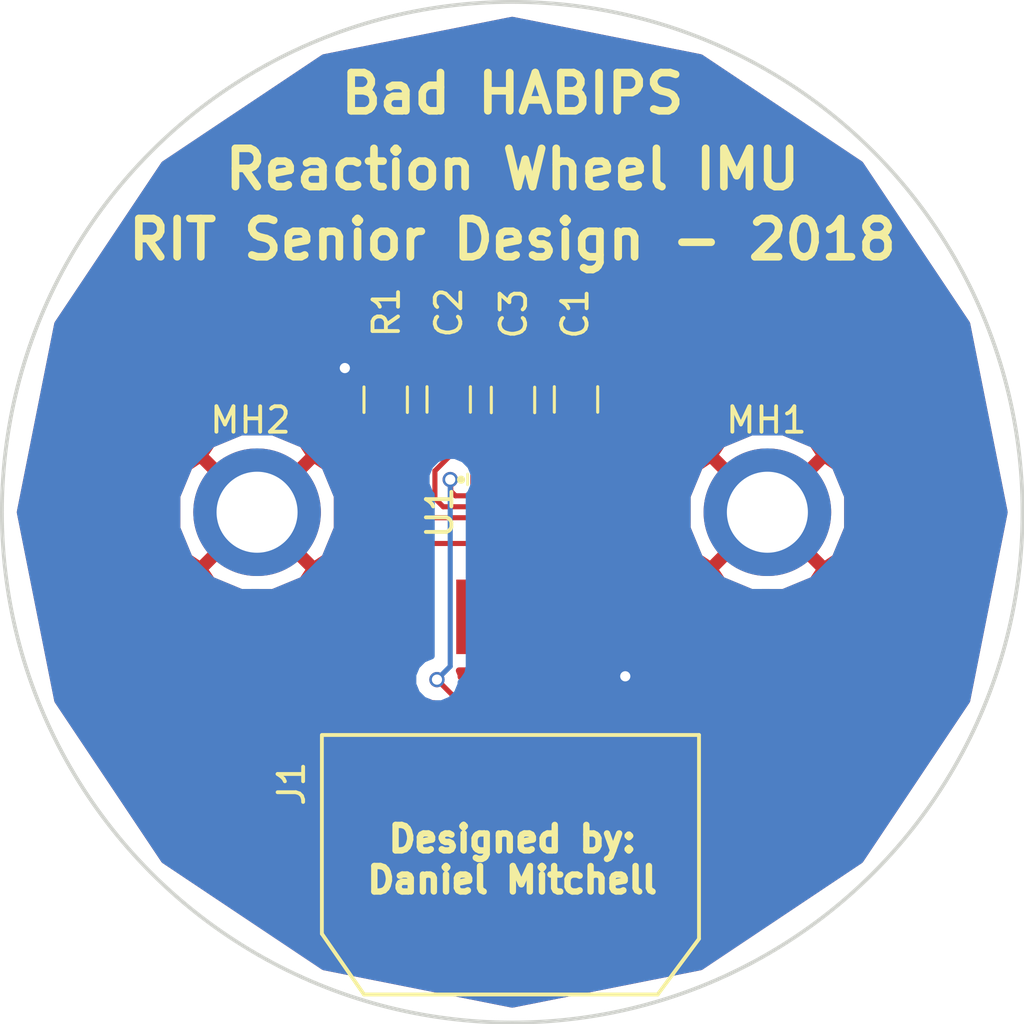
<source format=kicad_pcb>
(kicad_pcb (version 4) (host pcbnew 4.0.4-stable)

  (general
    (links 26)
    (no_connects 0)
    (area 79.924999 79.924999 120.075001 120.075001)
    (thickness 1.6)
    (drawings 5)
    (tracks 78)
    (zones 0)
    (modules 8)
    (nets 17)
  )

  (page A4)
  (layers
    (0 F.Cu signal)
    (31 B.Cu signal)
    (32 B.Adhes user)
    (33 F.Adhes user)
    (34 B.Paste user)
    (35 F.Paste user)
    (36 B.SilkS user)
    (37 F.SilkS user)
    (38 B.Mask user)
    (39 F.Mask user hide)
    (40 Dwgs.User user)
    (41 Cmts.User user)
    (42 Eco1.User user)
    (43 Eco2.User user)
    (44 Edge.Cuts user)
    (45 Margin user)
    (46 B.CrtYd user)
    (47 F.CrtYd user)
    (48 B.Fab user)
    (49 F.Fab user hide)
  )

  (setup
    (last_trace_width 0.25)
    (trace_clearance 0.2)
    (zone_clearance 0.508)
    (zone_45_only no)
    (trace_min 0.2)
    (segment_width 0.2)
    (edge_width 0.15)
    (via_size 0.6)
    (via_drill 0.4)
    (via_min_size 0.4)
    (via_min_drill 0.3)
    (uvia_size 0.3)
    (uvia_drill 0.1)
    (uvias_allowed no)
    (uvia_min_size 0.2)
    (uvia_min_drill 0.1)
    (pcb_text_width 0.3)
    (pcb_text_size 1.5 1.5)
    (mod_edge_width 0.15)
    (mod_text_size 1 1)
    (mod_text_width 0.15)
    (pad_size 5 5)
    (pad_drill 3.175)
    (pad_to_mask_clearance 0.2)
    (aux_axis_origin 0 0)
    (visible_elements 7FFEFFFF)
    (pcbplotparams
      (layerselection 0x010f0_80000001)
      (usegerberextensions false)
      (excludeedgelayer true)
      (linewidth 0.100000)
      (plotframeref false)
      (viasonmask false)
      (mode 1)
      (useauxorigin false)
      (hpglpennumber 1)
      (hpglpenspeed 20)
      (hpglpendiameter 15)
      (hpglpenoverlay 2)
      (psnegative false)
      (psa4output false)
      (plotreference true)
      (plotvalue true)
      (plotinvisibletext false)
      (padsonsilk false)
      (subtractmaskfromsilk false)
      (outputformat 1)
      (mirror false)
      (drillshape 0)
      (scaleselection 1)
      (outputdirectory ""))
  )

  (net 0 "")
  (net 1 LSM_CAP)
  (net 2 GND)
  (net 3 "Net-(C2-Pad1)")
  (net 4 LSM_C1)
  (net 5 IMU_MOSI)
  (net 6 IMU_SCLK)
  (net 7 IMU_MISO)
  (net 8 +3.3V)
  (net 9 IMU_CS_M)
  (net 10 IMU_CS_AG)
  (net 11 "Net-(U1-Pad13)")
  (net 12 "Net-(U1-Pad12)")
  (net 13 "Net-(U1-Pad11)")
  (net 14 "Net-(U1-Pad10)")
  (net 15 "Net-(U1-Pad9)")
  (net 16 "Net-(J1-Pad2)")

  (net_class Default "This is the default net class."
    (clearance 0.2)
    (trace_width 0.25)
    (via_dia 0.6)
    (via_drill 0.4)
    (uvia_dia 0.3)
    (uvia_drill 0.1)
    (add_net +3.3V)
  )

  (net_class Tiny ""
    (clearance 0.15)
    (trace_width 0.2)
    (via_dia 0.6)
    (via_drill 0.4)
    (uvia_dia 0.3)
    (uvia_drill 0.1)
    (add_net GND)
    (add_net IMU_CS_AG)
    (add_net IMU_CS_M)
    (add_net IMU_MISO)
    (add_net IMU_MOSI)
    (add_net IMU_SCLK)
    (add_net LSM_C1)
    (add_net LSM_CAP)
    (add_net "Net-(C2-Pad1)")
    (add_net "Net-(J1-Pad2)")
    (add_net "Net-(U1-Pad10)")
    (add_net "Net-(U1-Pad11)")
    (add_net "Net-(U1-Pad12)")
    (add_net "Net-(U1-Pad13)")
    (add_net "Net-(U1-Pad9)")
  )

  (module Capacitors_SMD:C_0805_HandSoldering (layer F.Cu) (tedit 5AB033F4) (tstamp 5AB03310)
    (at 102.5 95.58 90)
    (descr "Capacitor SMD 0805, hand soldering")
    (tags "capacitor 0805")
    (path /5AB03C98)
    (attr smd)
    (fp_text reference C1 (at 3.36 -0.04 90) (layer F.SilkS)
      (effects (font (size 1 1) (thickness 0.15)))
    )
    (fp_text value 10000pF (at 0 1.75 90) (layer F.Fab)
      (effects (font (size 1 1) (thickness 0.15)))
    )
    (fp_text user %R (at 0 -1.75 90) (layer F.Fab)
      (effects (font (size 1 1) (thickness 0.15)))
    )
    (fp_line (start -1 0.62) (end -1 -0.62) (layer F.Fab) (width 0.1))
    (fp_line (start 1 0.62) (end -1 0.62) (layer F.Fab) (width 0.1))
    (fp_line (start 1 -0.62) (end 1 0.62) (layer F.Fab) (width 0.1))
    (fp_line (start -1 -0.62) (end 1 -0.62) (layer F.Fab) (width 0.1))
    (fp_line (start 0.5 -0.85) (end -0.5 -0.85) (layer F.SilkS) (width 0.12))
    (fp_line (start -0.5 0.85) (end 0.5 0.85) (layer F.SilkS) (width 0.12))
    (fp_line (start -2.25 -0.88) (end 2.25 -0.88) (layer F.CrtYd) (width 0.05))
    (fp_line (start -2.25 -0.88) (end -2.25 0.87) (layer F.CrtYd) (width 0.05))
    (fp_line (start 2.25 0.87) (end 2.25 -0.88) (layer F.CrtYd) (width 0.05))
    (fp_line (start 2.25 0.87) (end -2.25 0.87) (layer F.CrtYd) (width 0.05))
    (pad 1 smd rect (at -1.25 0 90) (size 1.5 1.25) (layers F.Cu F.Paste F.Mask)
      (net 1 LSM_CAP))
    (pad 2 smd rect (at 1.25 0 90) (size 1.5 1.25) (layers F.Cu F.Paste F.Mask)
      (net 2 GND))
    (model Capacitors_SMD.3dshapes/C_0805.wrl
      (at (xyz 0 0 0))
      (scale (xyz 1 1 1))
      (rotate (xyz 0 0 0))
    )
  )

  (module Capacitors_SMD:C_0805_HandSoldering (layer F.Cu) (tedit 5AB033A6) (tstamp 5AB03316)
    (at 97.51 95.58 90)
    (descr "Capacitor SMD 0805, hand soldering")
    (tags "capacitor 0805")
    (path /5AB03AEF)
    (attr smd)
    (fp_text reference C2 (at 3.41 0 90) (layer F.SilkS)
      (effects (font (size 1 1) (thickness 0.15)))
    )
    (fp_text value 0.1uF (at 0 1.75 90) (layer F.Fab)
      (effects (font (size 1 1) (thickness 0.15)))
    )
    (fp_text user %R (at 0 -1.75 90) (layer F.Fab)
      (effects (font (size 1 1) (thickness 0.15)))
    )
    (fp_line (start -1 0.62) (end -1 -0.62) (layer F.Fab) (width 0.1))
    (fp_line (start 1 0.62) (end -1 0.62) (layer F.Fab) (width 0.1))
    (fp_line (start 1 -0.62) (end 1 0.62) (layer F.Fab) (width 0.1))
    (fp_line (start -1 -0.62) (end 1 -0.62) (layer F.Fab) (width 0.1))
    (fp_line (start 0.5 -0.85) (end -0.5 -0.85) (layer F.SilkS) (width 0.12))
    (fp_line (start -0.5 0.85) (end 0.5 0.85) (layer F.SilkS) (width 0.12))
    (fp_line (start -2.25 -0.88) (end 2.25 -0.88) (layer F.CrtYd) (width 0.05))
    (fp_line (start -2.25 -0.88) (end -2.25 0.87) (layer F.CrtYd) (width 0.05))
    (fp_line (start 2.25 0.87) (end 2.25 -0.88) (layer F.CrtYd) (width 0.05))
    (fp_line (start 2.25 0.87) (end -2.25 0.87) (layer F.CrtYd) (width 0.05))
    (pad 1 smd rect (at -1.25 0 90) (size 1.5 1.25) (layers F.Cu F.Paste F.Mask)
      (net 3 "Net-(C2-Pad1)"))
    (pad 2 smd rect (at 1.25 0 90) (size 1.5 1.25) (layers F.Cu F.Paste F.Mask)
      (net 2 GND))
    (model Capacitors_SMD.3dshapes/C_0805.wrl
      (at (xyz 0 0 0))
      (scale (xyz 1 1 1))
      (rotate (xyz 0 0 0))
    )
  )

  (module Capacitors_SMD:C_0805_HandSoldering (layer F.Cu) (tedit 5AB033F0) (tstamp 5AB0331C)
    (at 100.03 95.6 90)
    (descr "Capacitor SMD 0805, hand soldering")
    (tags "capacitor 0805")
    (path /5AB03CC3)
    (attr smd)
    (fp_text reference C3 (at 3.38 0.02 90) (layer F.SilkS)
      (effects (font (size 1 1) (thickness 0.15)))
    )
    (fp_text value 0.1uF (at 0 1.75 90) (layer F.Fab)
      (effects (font (size 1 1) (thickness 0.15)))
    )
    (fp_text user %R (at 0 -1.75 90) (layer F.Fab)
      (effects (font (size 1 1) (thickness 0.15)))
    )
    (fp_line (start -1 0.62) (end -1 -0.62) (layer F.Fab) (width 0.1))
    (fp_line (start 1 0.62) (end -1 0.62) (layer F.Fab) (width 0.1))
    (fp_line (start 1 -0.62) (end 1 0.62) (layer F.Fab) (width 0.1))
    (fp_line (start -1 -0.62) (end 1 -0.62) (layer F.Fab) (width 0.1))
    (fp_line (start 0.5 -0.85) (end -0.5 -0.85) (layer F.SilkS) (width 0.12))
    (fp_line (start -0.5 0.85) (end 0.5 0.85) (layer F.SilkS) (width 0.12))
    (fp_line (start -2.25 -0.88) (end 2.25 -0.88) (layer F.CrtYd) (width 0.05))
    (fp_line (start -2.25 -0.88) (end -2.25 0.87) (layer F.CrtYd) (width 0.05))
    (fp_line (start 2.25 0.87) (end 2.25 -0.88) (layer F.CrtYd) (width 0.05))
    (fp_line (start 2.25 0.87) (end -2.25 0.87) (layer F.CrtYd) (width 0.05))
    (pad 1 smd rect (at -1.25 0 90) (size 1.5 1.25) (layers F.Cu F.Paste F.Mask)
      (net 4 LSM_C1))
    (pad 2 smd rect (at 1.25 0 90) (size 1.5 1.25) (layers F.Cu F.Paste F.Mask)
      (net 2 GND))
    (model Capacitors_SMD.3dshapes/C_0805.wrl
      (at (xyz 0 0 0))
      (scale (xyz 1 1 1))
      (rotate (xyz 0 0 0))
    )
  )

  (module Capacitors_SMD:C_0805_HandSoldering (layer F.Cu) (tedit 5AB033A8) (tstamp 5AB03330)
    (at 95.04 95.59 90)
    (descr "Capacitor SMD 0805, hand soldering")
    (tags "capacitor 0805")
    (path /5AB03ACC)
    (attr smd)
    (fp_text reference R1 (at 3.43 0.03 90) (layer F.SilkS)
      (effects (font (size 1 1) (thickness 0.15)))
    )
    (fp_text value 10 (at 0 1.75 90) (layer F.Fab)
      (effects (font (size 1 1) (thickness 0.15)))
    )
    (fp_text user %R (at 0 -1.75 90) (layer F.Fab)
      (effects (font (size 1 1) (thickness 0.15)))
    )
    (fp_line (start -1 0.62) (end -1 -0.62) (layer F.Fab) (width 0.1))
    (fp_line (start 1 0.62) (end -1 0.62) (layer F.Fab) (width 0.1))
    (fp_line (start 1 -0.62) (end 1 0.62) (layer F.Fab) (width 0.1))
    (fp_line (start -1 -0.62) (end 1 -0.62) (layer F.Fab) (width 0.1))
    (fp_line (start 0.5 -0.85) (end -0.5 -0.85) (layer F.SilkS) (width 0.12))
    (fp_line (start -0.5 0.85) (end 0.5 0.85) (layer F.SilkS) (width 0.12))
    (fp_line (start -2.25 -0.88) (end 2.25 -0.88) (layer F.CrtYd) (width 0.05))
    (fp_line (start -2.25 -0.88) (end -2.25 0.87) (layer F.CrtYd) (width 0.05))
    (fp_line (start 2.25 0.87) (end 2.25 -0.88) (layer F.CrtYd) (width 0.05))
    (fp_line (start 2.25 0.87) (end -2.25 0.87) (layer F.CrtYd) (width 0.05))
    (pad 1 smd rect (at -1.25 0 90) (size 1.5 1.25) (layers F.Cu F.Paste F.Mask)
      (net 3 "Net-(C2-Pad1)"))
    (pad 2 smd rect (at 1.25 0 90) (size 1.5 1.25) (layers F.Cu F.Paste F.Mask)
      (net 8 +3.3V))
    (model Capacitors_SMD.3dshapes/C_0805.wrl
      (at (xyz 0 0 0))
      (scale (xyz 1 1 1))
      (rotate (xyz 0 0 0))
    )
  )

  (module LSM9DS1:PQFN24P43_350X300X102L35X23N locked (layer F.Cu) (tedit 5AB07964) (tstamp 5AB0334C)
    (at 100 100)
    (path /5AB03A67)
    (attr smd)
    (fp_text reference U1 (at -2.84 0.01 90) (layer F.SilkS)
      (effects (font (size 1 1) (thickness 0.15)))
    )
    (fp_text value LSM9DS1 (at 20.92 10.98) (layer F.SilkS) hide
      (effects (font (size 0.641771 0.641771) (thickness 0.05)))
    )
    (fp_line (start -1.75 -1.5) (end 1.75 -1.5) (layer Dwgs.User) (width 0.127))
    (fp_line (start 1.75 -1.5) (end 1.75 1.5) (layer Dwgs.User) (width 0.127))
    (fp_line (start 1.75 1.5) (end -1.75 1.5) (layer Dwgs.User) (width 0.127))
    (fp_line (start -1.75 1.5) (end -1.75 -1.5) (layer Dwgs.User) (width 0.127))
    (fp_circle (center -2.005 -1.275) (end -1.925 -1.275) (layer F.SilkS) (width 0.16))
    (fp_line (start -2.005 -1.775) (end 1.995 -1.775) (layer Dwgs.User) (width 0.05))
    (fp_line (start 1.995 -1.775) (end 1.995 1.725) (layer Dwgs.User) (width 0.05))
    (fp_line (start 1.995 1.725) (end -2.005 1.725) (layer Dwgs.User) (width 0.05))
    (fp_line (start -2.005 1.725) (end -2.005 -1.775) (layer Dwgs.User) (width 0.05))
    (fp_line (start -1.75 -1.075) (end -1.75 -1.5) (layer F.SilkS) (width 0.1))
    (fp_line (start -1.75 -1.5) (end -1.755 -1.475) (layer F.SilkS) (width 0.05))
    (fp_poly (pts (xy -1.69584 -1.53) (xy -1.32 -1.53) (xy -1.32 -0.923179) (xy -1.69584 -0.923179)) (layer F.Mask) (width 0.381))
    (fp_poly (pts (xy -1.78144 -0.458559) (xy -1.78144 -0.832184) (xy -1.17218 -0.832184) (xy -1.17218 -0.458559)) (layer F.Mask) (width 0.381))
    (fp_poly (pts (xy -1.32 1.53624) (xy -1.6969 1.53624) (xy -1.6969 0.92) (xy -1.32 0.92)) (layer F.Mask) (width 0.381))
    (fp_poly (pts (xy 1.7711 -0.828902) (xy 1.7711 -0.461892) (xy 1.16189 -0.461892) (xy 1.16189 -0.828902)) (layer F.Mask) (width 0.381))
    (fp_poly (pts (xy -1.26357 -1.53) (xy -0.89 -1.53) (xy -0.89 -0.922614) (xy -1.26357 -0.922614)) (layer F.Mask) (width 0.381))
    (fp_poly (pts (xy -0.832303 -1.53) (xy -0.46 -1.53) (xy -0.46 -0.922552) (xy -0.832303 -0.922552)) (layer F.Mask) (width 0.381))
    (fp_poly (pts (xy -0.401949 -1.53) (xy -0.03 -1.53) (xy -0.03 -0.92448) (xy -0.401949 -0.92448)) (layer F.Mask) (width 0.381))
    (fp_poly (pts (xy 0.461817 -1.53) (xy 0.83 -1.53) (xy 0.83 -0.923636) (xy 0.461817 -0.923636)) (layer F.Mask) (width 0.381))
    (fp_poly (pts (xy 0.030102 -1.53) (xy 0.4 -1.53) (xy 0.4 -0.923139) (xy 0.030102 -0.923139)) (layer F.Mask) (width 0.381))
    (fp_poly (pts (xy 1.32358 -1.53) (xy 1.69 -1.53) (xy 1.69 -0.922492) (xy 1.32358 -0.922492)) (layer F.Mask) (width 0.381))
    (fp_poly (pts (xy 0.89381 -1.53) (xy 1.26 -1.53) (xy 1.26 -0.923939) (xy 0.89381 -0.923939)) (layer F.Mask) (width 0.381))
    (fp_poly (pts (xy 1.77288 -0.397123) (xy 1.77288 -0.0325) (xy 1.1625 -0.0325) (xy 1.1625 -0.397123)) (layer F.Mask) (width 0.381))
    (fp_poly (pts (xy 1.77209 0.032094) (xy 1.77209 0.399115) (xy 1.16089 0.399115) (xy 1.16089 0.032094)) (layer F.Mask) (width 0.381))
    (fp_poly (pts (xy 1.77373 0.463727) (xy 1.77373 0.829451) (xy 1.16055 0.829451) (xy 1.16055 0.463727)) (layer F.Mask) (width 0.381))
    (fp_poly (pts (xy -1.78277 -0.027229) (xy -1.78277 -0.402486) (xy -1.17249 -0.402486) (xy -1.17249 -0.027229)) (layer F.Mask) (width 0.381))
    (fp_poly (pts (xy -1.78125 0.401248) (xy -1.78125 0.029346) (xy -1.17065 0.029346) (xy -1.17065 0.401248)) (layer F.Mask) (width 0.381))
    (fp_poly (pts (xy -1.78522 0.835218) (xy -1.78522 0.45858) (xy -1.17142 0.45858) (xy -1.17142 0.835218)) (layer F.Mask) (width 0.381))
    (fp_poly (pts (xy -0.89 1.53267) (xy -1.26219 1.53267) (xy -1.26219 0.92) (xy -0.89 0.92)) (layer F.Mask) (width 0.381))
    (fp_poly (pts (xy -0.46 1.532) (xy -0.831081 1.532) (xy -0.831081 0.92) (xy -0.46 0.92)) (layer F.Mask) (width 0.381))
    (fp_poly (pts (xy -0.03 1.53385) (xy -0.401007 1.53385) (xy -0.401007 0.92) (xy -0.03 0.92)) (layer F.Mask) (width 0.381))
    (fp_poly (pts (xy 0.83 1.53427) (xy 0.461285 1.53427) (xy 0.461285 0.92) (xy 0.83 0.92)) (layer F.Mask) (width 0.381))
    (fp_poly (pts (xy 0.4 1.53397) (xy 0.030078 1.53397) (xy 0.030078 0.92) (xy 0.4 0.92)) (layer F.Mask) (width 0.381))
    (fp_poly (pts (xy 1.69 1.53365) (xy 1.32314 1.53365) (xy 1.32314 0.92) (xy 1.69 0.92)) (layer F.Mask) (width 0.381))
    (fp_poly (pts (xy 1.26 1.53421) (xy 0.89245 1.53421) (xy 0.89245 0.92) (xy 1.26 0.92)) (layer F.Mask) (width 0.381))
    (pad 18 smd rect (at 1.505 -1.225 270) (size 0.53 0.28) (layers F.Cu F.Paste F.Mask)
      (net 2 GND))
    (pad 17 smd rect (at 1.47 -0.645) (size 0.53 0.28) (layers F.Cu F.Paste F.Mask)
      (net 2 GND))
    (pad 16 smd rect (at 1.47 -0.215) (size 0.53 0.28) (layers F.Cu F.Paste F.Mask)
      (net 2 GND))
    (pad 15 smd rect (at 1.47 0.215) (size 0.53 0.28) (layers F.Cu F.Paste F.Mask)
      (net 2 GND))
    (pad 14 smd rect (at 1.47 0.645) (size 0.53 0.28) (layers F.Cu F.Paste F.Mask)
      (net 2 GND))
    (pad 13 smd rect (at 1.505 1.225 90) (size 0.53 0.28) (layers F.Cu F.Paste F.Mask)
      (net 11 "Net-(U1-Pad13)"))
    (pad 12 smd rect (at 1.075 1.225 270) (size 0.53 0.28) (layers F.Cu F.Paste F.Mask)
      (net 12 "Net-(U1-Pad12)"))
    (pad 11 smd rect (at 0.645 1.225 90) (size 0.53 0.28) (layers F.Cu F.Paste F.Mask)
      (net 13 "Net-(U1-Pad11)"))
    (pad 10 smd rect (at 0.215 1.225 270) (size 0.53 0.28) (layers F.Cu F.Paste F.Mask)
      (net 14 "Net-(U1-Pad10)"))
    (pad 9 smd rect (at -0.215 1.225 90) (size 0.53 0.28) (layers F.Cu F.Paste F.Mask)
      (net 15 "Net-(U1-Pad9)"))
    (pad 8 smd rect (at -0.645 1.225 90) (size 0.53 0.28) (layers F.Cu F.Paste F.Mask)
      (net 9 IMU_CS_M))
    (pad 7 smd rect (at -1.075 1.225 90) (size 0.53 0.28) (layers F.Cu F.Paste F.Mask)
      (net 10 IMU_CS_AG))
    (pad 6 smd rect (at -1.505 1.225 270) (size 0.53 0.28) (layers F.Cu F.Paste F.Mask)
      (net 7 IMU_MISO))
    (pad 5 smd rect (at -1.47 0.645 180) (size 0.53 0.28) (layers F.Cu F.Paste F.Mask)
      (net 7 IMU_MISO))
    (pad 4 smd rect (at -1.47 0.215 180) (size 0.53 0.28) (layers F.Cu F.Paste F.Mask)
      (net 5 IMU_MOSI))
    (pad 3 smd rect (at -1.47 -0.215 180) (size 0.53 0.28) (layers F.Cu F.Paste F.Mask)
      (net 3 "Net-(C2-Pad1)"))
    (pad 2 smd rect (at -1.47 -0.645 180) (size 0.53 0.28) (layers F.Cu F.Paste F.Mask)
      (net 6 IMU_SCLK))
    (pad 1 smd rect (at -1.505 -1.225 270) (size 0.53 0.28) (layers F.Cu F.Paste F.Mask)
      (net 3 "Net-(C2-Pad1)"))
    (pad 24 smd rect (at -1.075 -1.225 270) (size 0.53 0.28) (layers F.Cu F.Paste F.Mask)
      (net 4 LSM_C1))
    (pad 23 smd rect (at -0.645 -1.225 270) (size 0.53 0.28) (layers F.Cu F.Paste F.Mask)
      (net 3 "Net-(C2-Pad1)"))
    (pad 22 smd rect (at -0.215 -1.225 270) (size 0.53 0.28) (layers F.Cu F.Paste F.Mask)
      (net 3 "Net-(C2-Pad1)"))
    (pad 21 smd rect (at 0.215 -1.225 270) (size 0.53 0.28) (layers F.Cu F.Paste F.Mask)
      (net 1 LSM_CAP))
    (pad 20 smd rect (at 0.645 -1.225 270) (size 0.53 0.28) (layers F.Cu F.Paste F.Mask)
      (net 2 GND))
    (pad 19 smd rect (at 1.075 -1.225 270) (size 0.53 0.28) (layers F.Cu F.Paste F.Mask)
      (net 2 GND))
  )

  (module Dans_Parts:CONN_8Pin_Molex_Horizontal_SMT (layer F.Cu) (tedit 5AB04CDB) (tstamp 5AB04DF1)
    (at 104.44 108.73)
    (path /5AB040AD)
    (fp_text reference J1 (at -13.09 1.91 90) (layer F.SilkS)
      (effects (font (size 1 1) (thickness 0.15)))
    )
    (fp_text value Input (at -4.03 9.03) (layer F.Fab)
      (effects (font (size 1 1) (thickness 0.15)))
    )
    (fp_line (start 2.88 7.98) (end 2.88 0) (layer F.SilkS) (width 0.15))
    (fp_line (start 2.88 0) (end -11.9 0) (layer F.SilkS) (width 0.15))
    (fp_line (start -11.9 0.02) (end -11.9 7.79) (layer F.SilkS) (width 0.15))
    (fp_line (start -11.9 7.79) (end -10.25 10.17) (layer F.SilkS) (width 0.15))
    (fp_line (start -10.25 10.17) (end 1.26 10.17) (layer F.SilkS) (width 0.15))
    (fp_line (start 1.26 10.17) (end 2.88 7.99) (layer F.SilkS) (width 0.15))
    (pad 1 smd rect (at 0 0) (size 1.27 2.92) (layers F.Cu F.Paste F.Mask)
      (net 8 +3.3V))
    (pad 2 smd rect (at -3 0) (size 1.27 2.92) (layers F.Cu F.Paste F.Mask)
      (net 16 "Net-(J1-Pad2)"))
    (pad 3 smd rect (at -6 0) (size 1.27 2.92) (layers F.Cu F.Paste F.Mask)
      (net 6 IMU_SCLK))
    (pad 4 smd rect (at -9 0) (size 1.27 2.92) (layers F.Cu F.Paste F.Mask)
      (net 5 IMU_MOSI))
    (pad 5 smd rect (at 0 -4.63) (size 1.27 2.92) (layers F.Cu F.Paste F.Mask)
      (net 2 GND))
    (pad 6 smd rect (at -3 -4.63) (size 1.27 2.92) (layers F.Cu F.Paste F.Mask)
      (net 9 IMU_CS_M))
    (pad 7 smd rect (at -6 -4.63) (size 1.27 2.92) (layers F.Cu F.Paste F.Mask)
      (net 10 IMU_CS_AG))
    (pad 8 smd rect (at -9 -4.63) (size 1.27 2.92) (layers F.Cu F.Paste F.Mask)
      (net 7 IMU_MISO))
    (pad "" smd rect (at -12.895 5.47) (size 3.43 1.65) (layers F.Cu F.Paste F.Mask))
    (pad "" smd rect (at 3.895 5.47) (size 3.43 1.65) (layers F.Cu F.Paste F.Mask))
  )

  (module Dans_Parts:Mounting_Hole_Eighth_Inch (layer F.Cu) (tedit 5AB07B3D) (tstamp 5AB0507A)
    (at 111.93 99.75)
    (path /5AB063E7)
    (fp_text reference MH1 (at -1.97 -3.36) (layer F.SilkS)
      (effects (font (size 1 1) (thickness 0.15)))
    )
    (fp_text value Mounting_Hole_Eighth_Inch (at 34.59 5.7) (layer F.Fab)
      (effects (font (size 1 1) (thickness 0.15)))
    )
    (pad 1 thru_hole circle (at -1.93 0.25) (size 5 5) (drill 3.175) (layers *.Cu *.Mask)
      (net 2 GND))
  )

  (module Dans_Parts:Mounting_Hole_Eighth_Inch (layer F.Cu) (tedit 5AB05091) (tstamp 5AB0507F)
    (at 87.21 99.48)
    (path /5AB06445)
    (fp_text reference MH2 (at 2.53 -3.09) (layer F.SilkS)
      (effects (font (size 1 1) (thickness 0.15)))
    )
    (fp_text value Mounting_Hole_Eighth_Inch (at 0.24 -3.75) (layer F.Fab)
      (effects (font (size 1 1) (thickness 0.15)))
    )
    (pad 1 thru_hole circle (at 2.79 0.52) (size 5 5) (drill 3.175) (layers *.Cu *.Mask)
      (net 2 GND))
  )

  (gr_text "Designed by:\nDaniel Mitchell" (at 100 113.61) (layer F.SilkS)
    (effects (font (size 1 1) (thickness 0.25)))
  )
  (gr_text "RIT Senior Design - 2018" (at 100.01 89.31) (layer F.SilkS)
    (effects (font (size 1.5 1.5) (thickness 0.3)))
  )
  (gr_text "Reaction Wheel IMU" (at 100.01 86.56) (layer F.SilkS)
    (effects (font (size 1.5 1.5) (thickness 0.3)))
  )
  (gr_text "Bad HABIPS" (at 100.01 83.59) (layer F.SilkS)
    (effects (font (size 1.5 1.5) (thickness 0.3)))
  )
  (gr_circle (center 100 100) (end 120 100) (layer Edge.Cuts) (width 0.15))

  (segment (start 100.215 98.775) (end 100.215 98.195) (width 0.2) (layer F.Cu) (net 1))
  (segment (start 101.23 98.1) (end 102.5 96.83) (width 0.2) (layer F.Cu) (net 1) (tstamp 5AB03655))
  (segment (start 100.31 98.1) (end 101.23 98.1) (width 0.2) (layer F.Cu) (net 1) (tstamp 5AB03652))
  (segment (start 100.215 98.195) (end 100.31 98.1) (width 0.2) (layer F.Cu) (net 1) (tstamp 5AB0364E))
  (segment (start 101.075 98.775) (end 101.075 99.355) (width 0.2) (layer F.Cu) (net 2))
  (segment (start 101.47 99.355) (end 101.075 99.355) (width 0.2) (layer F.Cu) (net 2))
  (segment (start 101.075 99.355) (end 100.645 99.355) (width 0.2) (layer F.Cu) (net 2) (tstamp 5AB037B9))
  (segment (start 101.47 99.785) (end 100.645 99.785) (width 0.2) (layer F.Cu) (net 2))
  (segment (start 101.47 100.215) (end 100.645 100.215) (width 0.2) (layer F.Cu) (net 2))
  (segment (start 100.645 98.775) (end 100.645 99.355) (width 0.2) (layer F.Cu) (net 2))
  (segment (start 100.645 99.355) (end 100.645 99.785) (width 0.2) (layer F.Cu) (net 2) (tstamp 5AB037B5))
  (segment (start 100.645 99.785) (end 100.645 100.215) (width 0.2) (layer F.Cu) (net 2) (tstamp 5AB037B1))
  (segment (start 100.645 100.215) (end 100.645 100.335) (width 0.2) (layer F.Cu) (net 2) (tstamp 5AB037AD))
  (segment (start 100.645 100.335) (end 100.955 100.645) (width 0.2) (layer F.Cu) (net 2) (tstamp 5AB037A2))
  (segment (start 100.955 100.645) (end 101.47 100.645) (width 0.2) (layer F.Cu) (net 2) (tstamp 5AB037A5))
  (segment (start 101.47 100.215) (end 102.805 100.215) (width 0.2) (layer F.Cu) (net 2))
  (segment (start 101.47 99.785) (end 102.96 99.785) (width 0.2) (layer F.Cu) (net 2))
  (segment (start 101.47 99.355) (end 102.96 99.355) (width 0.2) (layer F.Cu) (net 2))
  (segment (start 101.505 98.775) (end 102.585 98.775) (width 0.2) (layer F.Cu) (net 2))
  (segment (start 102.375 100.645) (end 101.47 100.645) (width 0.2) (layer F.Cu) (net 2) (tstamp 5AB0377A))
  (segment (start 102.805 100.215) (end 102.375 100.645) (width 0.2) (layer F.Cu) (net 2) (tstamp 5AB0379D))
  (segment (start 102.96 99.785) (end 102.96 100.06) (width 0.2) (layer F.Cu) (net 2) (tstamp 5AB03799))
  (segment (start 102.96 100.06) (end 102.805 100.215) (width 0.2) (layer F.Cu) (net 2) (tstamp 5AB03779))
  (segment (start 102.96 99.15) (end 102.96 99.355) (width 0.2) (layer F.Cu) (net 2) (tstamp 5AB03775))
  (segment (start 102.96 99.355) (end 102.96 99.785) (width 0.2) (layer F.Cu) (net 2) (tstamp 5AB03786))
  (segment (start 102.585 98.775) (end 102.96 99.15) (width 0.2) (layer F.Cu) (net 2) (tstamp 5AB03771))
  (segment (start 100.645 98.775) (end 101.075 98.775) (width 0.2) (layer F.Cu) (net 2))
  (segment (start 101.075 98.775) (end 101.505 98.775) (width 0.2) (layer F.Cu) (net 2) (tstamp 5AB03711))
  (segment (start 101.505 98.775) (end 101.47 98.81) (width 0.2) (layer F.Cu) (net 2) (tstamp 5AB03712))
  (segment (start 101.47 98.81) (end 101.47 99.785) (width 0.2) (layer F.Cu) (net 2) (tstamp 5AB03713))
  (segment (start 101.47 99.785) (end 101.47 100.215) (width 0.2) (layer F.Cu) (net 2) (tstamp 5AB03714))
  (segment (start 101.47 100.215) (end 101.47 100.645) (width 0.2) (layer F.Cu) (net 2) (tstamp 5AB03715))
  (segment (start 98.53 99.785) (end 97.295 99.785) (width 0.2) (layer F.Cu) (net 3))
  (segment (start 97.51 97.84) (end 97.51 96.83) (width 0.2) (layer F.Cu) (net 3) (tstamp 5AB037EB))
  (segment (start 96.97 98.38) (end 97.51 97.84) (width 0.2) (layer F.Cu) (net 3) (tstamp 5AB037E7))
  (segment (start 96.97 99.46) (end 96.97 98.38) (width 0.2) (layer F.Cu) (net 3) (tstamp 5AB037E5))
  (segment (start 97.295 99.785) (end 96.97 99.46) (width 0.2) (layer F.Cu) (net 3) (tstamp 5AB037E2))
  (segment (start 99.785 98.775) (end 99.785 99.295) (width 0.2) (layer F.Cu) (net 3))
  (segment (start 99.295 99.785) (end 98.53 99.785) (width 0.2) (layer F.Cu) (net 3) (tstamp 5AB037CD))
  (segment (start 99.785 99.295) (end 99.295 99.785) (width 0.2) (layer F.Cu) (net 3) (tstamp 5AB037CB))
  (segment (start 99.785 98.775) (end 99.355 98.775) (width 0.2) (layer F.Cu) (net 3))
  (segment (start 95.04 96.84) (end 97.5 96.84) (width 0.2) (layer F.Cu) (net 3))
  (segment (start 97.5 96.84) (end 98.495 97.835) (width 0.2) (layer F.Cu) (net 3) (tstamp 5AB0363E))
  (segment (start 98.495 97.835) (end 98.495 98.775) (width 0.2) (layer F.Cu) (net 3) (tstamp 5AB0363F))
  (segment (start 100.03 96.85) (end 99.875002 96.85) (width 0.2) (layer F.Cu) (net 4))
  (segment (start 99.875002 96.85) (end 98.925 97.800002) (width 0.2) (layer F.Cu) (net 4) (tstamp 5AB03646))
  (segment (start 98.925 97.800002) (end 98.925 98.775) (width 0.2) (layer F.Cu) (net 4) (tstamp 5AB03647))
  (segment (start 98.53 100.215) (end 96.095 100.215) (width 0.2) (layer F.Cu) (net 5))
  (segment (start 93.15 106.44) (end 95.44 108.73) (width 0.2) (layer F.Cu) (net 5) (tstamp 5AB04E69))
  (segment (start 93.15 103.16) (end 93.15 106.44) (width 0.2) (layer F.Cu) (net 5) (tstamp 5AB04E67))
  (segment (start 96.095 100.215) (end 93.15 103.16) (width 0.2) (layer F.Cu) (net 5) (tstamp 5AB04E65))
  (segment (start 98.44 108.73) (end 98.44 107.95) (width 0.2) (layer F.Cu) (net 6))
  (segment (start 98.44 107.95) (end 97.05 106.56) (width 0.2) (layer F.Cu) (net 6) (tstamp 5AB04E76))
  (via (at 97.05 106.56) (size 0.6) (drill 0.4) (layers F.Cu B.Cu) (net 6))
  (segment (start 97.05 106.56) (end 97.57 106.04) (width 0.2) (layer B.Cu) (net 6) (tstamp 5AB04E78))
  (segment (start 97.57 106.04) (end 97.57 98.72) (width 0.2) (layer B.Cu) (net 6) (tstamp 5AB04E79))
  (via (at 97.57 98.72) (size 0.6) (drill 0.4) (layers F.Cu B.Cu) (net 6))
  (segment (start 97.57 98.72) (end 97.59 98.74) (width 0.2) (layer F.Cu) (net 6) (tstamp 5AB04E7B))
  (segment (start 97.59 98.74) (end 97.59 99.17) (width 0.2) (layer F.Cu) (net 6) (tstamp 5AB04E7C))
  (segment (start 97.59 99.17) (end 97.775 99.355) (width 0.2) (layer F.Cu) (net 6) (tstamp 5AB04E7D))
  (segment (start 97.775 99.355) (end 98.53 99.355) (width 0.2) (layer F.Cu) (net 6) (tstamp 5AB04E7E))
  (segment (start 95.44 104.1) (end 95.44 102.51) (width 0.2) (layer F.Cu) (net 7))
  (segment (start 96.725 101.225) (end 98.495 101.225) (width 0.2) (layer F.Cu) (net 7) (tstamp 5AB04E59))
  (segment (start 95.44 102.51) (end 96.725 101.225) (width 0.2) (layer F.Cu) (net 7) (tstamp 5AB04E57))
  (segment (start 98.53 100.645) (end 98.53 101.19) (width 0.2) (layer F.Cu) (net 7))
  (segment (start 98.53 101.19) (end 98.495 101.225) (width 0.2) (layer F.Cu) (net 7) (tstamp 5AB0380E))
  (segment (start 104.44 108.73) (end 104.44 106.44) (width 0.25) (layer F.Cu) (net 8))
  (via (at 104.43 106.43) (size 0.6) (drill 0.4) (layers F.Cu B.Cu) (net 8))
  (segment (start 104.44 106.44) (end 104.43 106.43) (width 0.25) (layer F.Cu) (net 8) (tstamp 5AB04E72))
  (segment (start 95.04 94.34) (end 93.45 94.34) (width 0.25) (layer F.Cu) (net 8))
  (via (at 93.44 94.35) (size 0.6) (drill 0.4) (layers F.Cu B.Cu) (net 8))
  (segment (start 93.45 94.34) (end 93.44 94.35) (width 0.25) (layer F.Cu) (net 8) (tstamp 5AB036D0))
  (segment (start 99.355 101.225) (end 99.355 101.655) (width 0.2) (layer F.Cu) (net 9))
  (segment (start 99.355 101.655) (end 101.44 103.74) (width 0.2) (layer F.Cu) (net 9) (tstamp 5AB04E61))
  (segment (start 101.44 103.74) (end 101.44 104.1) (width 0.2) (layer F.Cu) (net 9) (tstamp 5AB04E62))
  (segment (start 98.925 101.225) (end 98.925 102.125) (width 0.2) (layer F.Cu) (net 10))
  (segment (start 98.44 102.61) (end 98.44 104.1) (width 0.2) (layer F.Cu) (net 10) (tstamp 5AB04E5E))
  (segment (start 98.925 102.125) (end 98.44 102.61) (width 0.2) (layer F.Cu) (net 10) (tstamp 5AB04E5D))

  (zone (net 2) (net_name GND) (layer F.Cu) (tstamp 5AB03623) (hatch edge 0.508)
    (connect_pads (clearance 0.508))
    (min_thickness 0.254)
    (fill yes (arc_segments 16) (thermal_gap 0.508) (thermal_bridge_width 0.508))
    (polygon
      (pts
        (xy 100.05 119.63) (xy 94.34 118.93) (xy 88.23 115.76) (xy 84.06 111.69) (xy 81.83 107.75)
        (xy 80.46 103.29) (xy 80.29 97.82) (xy 81.85 92.06) (xy 85.35 86.62) (xy 89.64 83.08)
        (xy 95.55 80.66) (xy 100.78 80.15) (xy 105.89 81.04) (xy 110.65 83.24) (xy 113.62 85.54)
        (xy 116.75 89.32) (xy 118.8 93.59) (xy 119.78 98.2) (xy 119.59 103.3) (xy 118.31 107.73)
        (xy 115.69 112.17) (xy 111.63 116.13) (xy 106.3 118.84) (xy 100.06 119.63)
      )
    )
    (filled_polygon
      (pts
        (xy 107.381963 82.178364) (xy 113.64009 86.35991) (xy 117.821636 92.618037) (xy 119.29 100) (xy 117.821636 107.381963)
        (xy 113.64009 113.64009) (xy 107.381963 117.821636) (xy 100 119.29) (xy 92.618037 117.821636) (xy 86.35991 113.64009)
        (xy 86.182783 113.375) (xy 89.18256 113.375) (xy 89.18256 115.025) (xy 89.226838 115.260317) (xy 89.36591 115.476441)
        (xy 89.57811 115.621431) (xy 89.83 115.67244) (xy 93.26 115.67244) (xy 93.495317 115.628162) (xy 93.711441 115.48909)
        (xy 93.856431 115.27689) (xy 93.90744 115.025) (xy 93.90744 113.375) (xy 105.97256 113.375) (xy 105.97256 115.025)
        (xy 106.016838 115.260317) (xy 106.15591 115.476441) (xy 106.36811 115.621431) (xy 106.62 115.67244) (xy 110.05 115.67244)
        (xy 110.285317 115.628162) (xy 110.501441 115.48909) (xy 110.646431 115.27689) (xy 110.69744 115.025) (xy 110.69744 113.375)
        (xy 110.653162 113.139683) (xy 110.51409 112.923559) (xy 110.30189 112.778569) (xy 110.05 112.72756) (xy 106.62 112.72756)
        (xy 106.384683 112.771838) (xy 106.168559 112.91091) (xy 106.023569 113.12311) (xy 105.97256 113.375) (xy 93.90744 113.375)
        (xy 93.863162 113.139683) (xy 93.72409 112.923559) (xy 93.51189 112.778569) (xy 93.26 112.72756) (xy 89.83 112.72756)
        (xy 89.594683 112.771838) (xy 89.378559 112.91091) (xy 89.233569 113.12311) (xy 89.18256 113.375) (xy 86.182783 113.375)
        (xy 82.178364 107.381963) (xy 81.338564 103.16) (xy 92.415 103.16) (xy 92.415 106.44) (xy 92.450168 106.616799)
        (xy 92.470949 106.721272) (xy 92.630277 106.959723) (xy 94.15756 108.487007) (xy 94.15756 110.19) (xy 94.201838 110.425317)
        (xy 94.34091 110.641441) (xy 94.55311 110.786431) (xy 94.805 110.83744) (xy 96.075 110.83744) (xy 96.310317 110.793162)
        (xy 96.526441 110.65409) (xy 96.671431 110.44189) (xy 96.72244 110.19) (xy 96.72244 107.436389) (xy 96.863201 107.494838)
        (xy 96.945463 107.49491) (xy 97.15756 107.707006) (xy 97.15756 110.19) (xy 97.201838 110.425317) (xy 97.34091 110.641441)
        (xy 97.55311 110.786431) (xy 97.805 110.83744) (xy 99.075 110.83744) (xy 99.310317 110.793162) (xy 99.526441 110.65409)
        (xy 99.671431 110.44189) (xy 99.72244 110.19) (xy 99.72244 107.27) (xy 100.15756 107.27) (xy 100.15756 110.19)
        (xy 100.201838 110.425317) (xy 100.34091 110.641441) (xy 100.55311 110.786431) (xy 100.805 110.83744) (xy 102.075 110.83744)
        (xy 102.310317 110.793162) (xy 102.526441 110.65409) (xy 102.671431 110.44189) (xy 102.72244 110.19) (xy 102.72244 107.27)
        (xy 103.15756 107.27) (xy 103.15756 110.19) (xy 103.201838 110.425317) (xy 103.34091 110.641441) (xy 103.55311 110.786431)
        (xy 103.805 110.83744) (xy 105.075 110.83744) (xy 105.310317 110.793162) (xy 105.526441 110.65409) (xy 105.671431 110.44189)
        (xy 105.72244 110.19) (xy 105.72244 107.27) (xy 105.678162 107.034683) (xy 105.53909 106.818559) (xy 105.338088 106.68122)
        (xy 105.364838 106.616799) (xy 105.365162 106.244833) (xy 105.323635 106.144331) (xy 105.434698 106.098327) (xy 105.613327 105.919699)
        (xy 105.71 105.68631) (xy 105.71 104.38575) (xy 105.55125 104.227) (xy 104.567 104.227) (xy 104.567 104.247)
        (xy 104.313 104.247) (xy 104.313 104.227) (xy 103.32875 104.227) (xy 103.17 104.38575) (xy 103.17 105.68631)
        (xy 103.266673 105.919699) (xy 103.445302 106.098327) (xy 103.539174 106.13721) (xy 103.495162 106.243201) (xy 103.494838 106.615167)
        (xy 103.527424 106.694031) (xy 103.353559 106.80591) (xy 103.208569 107.01811) (xy 103.15756 107.27) (xy 102.72244 107.27)
        (xy 102.678162 107.034683) (xy 102.53909 106.818559) (xy 102.32689 106.673569) (xy 102.075 106.62256) (xy 100.805 106.62256)
        (xy 100.569683 106.666838) (xy 100.353559 106.80591) (xy 100.208569 107.01811) (xy 100.15756 107.27) (xy 99.72244 107.27)
        (xy 99.678162 107.034683) (xy 99.53909 106.818559) (xy 99.32689 106.673569) (xy 99.075 106.62256) (xy 98.152006 106.62256)
        (xy 97.985092 106.455645) (xy 97.985162 106.374833) (xy 97.915997 106.20744) (xy 99.075 106.20744) (xy 99.310317 106.163162)
        (xy 99.526441 106.02409) (xy 99.671431 105.81189) (xy 99.72244 105.56) (xy 99.72244 103.061886) (xy 100.15756 103.497007)
        (xy 100.15756 105.56) (xy 100.201838 105.795317) (xy 100.34091 106.011441) (xy 100.55311 106.156431) (xy 100.805 106.20744)
        (xy 102.075 106.20744) (xy 102.310317 106.163162) (xy 102.526441 106.02409) (xy 102.671431 105.81189) (xy 102.72244 105.56)
        (xy 102.72244 102.64) (xy 102.698674 102.51369) (xy 103.17 102.51369) (xy 103.17 103.81425) (xy 103.32875 103.973)
        (xy 104.313 103.973) (xy 104.313 102.16375) (xy 104.567 102.16375) (xy 104.567 103.973) (xy 105.55125 103.973)
        (xy 105.71 103.81425) (xy 105.71 102.51369) (xy 105.613327 102.280301) (xy 105.568906 102.23588) (xy 107.943725 102.23588)
        (xy 108.225421 102.658564) (xy 109.377892 103.135294) (xy 110.625072 103.134705) (xy 111.774579 102.658564) (xy 112.056275 102.23588)
        (xy 110 100.179605) (xy 107.943725 102.23588) (xy 105.568906 102.23588) (xy 105.434698 102.101673) (xy 105.201309 102.005)
        (xy 104.72575 102.005) (xy 104.567 102.16375) (xy 104.313 102.16375) (xy 104.15425 102.005) (xy 103.678691 102.005)
        (xy 103.445302 102.101673) (xy 103.266673 102.280301) (xy 103.17 102.51369) (xy 102.698674 102.51369) (xy 102.678162 102.404683)
        (xy 102.53909 102.188559) (xy 102.32689 102.043569) (xy 102.075 101.99256) (xy 102.036657 101.99256) (xy 102.096441 101.95409)
        (xy 102.241431 101.74189) (xy 102.29244 101.49) (xy 102.29244 101.098556) (xy 102.37 100.91131) (xy 102.37 100.87375)
        (xy 102.254473 100.758223) (xy 102.250566 100.73746) (xy 102.273327 100.714699) (xy 102.37 100.48131) (xy 102.37 100.44375)
        (xy 102.35625 100.43) (xy 102.37 100.41625) (xy 102.37 100.37869) (xy 102.302197 100.215) (xy 102.37 100.05131)
        (xy 102.37 100.01375) (xy 102.35625 100) (xy 102.37 99.98625) (xy 102.37 99.94869) (xy 102.302197 99.785)
        (xy 102.37 99.62131) (xy 102.37 99.58375) (xy 102.35625 99.57) (xy 102.37 99.55625) (xy 102.37 99.51869)
        (xy 102.31168 99.377892) (xy 106.864706 99.377892) (xy 106.865295 100.625072) (xy 107.341436 101.774579) (xy 107.76412 102.056275)
        (xy 109.820395 100) (xy 110.179605 100) (xy 112.23588 102.056275) (xy 112.658564 101.774579) (xy 113.135294 100.622108)
        (xy 113.134705 99.374928) (xy 112.658564 98.225421) (xy 112.23588 97.943725) (xy 110.179605 100) (xy 109.820395 100)
        (xy 107.76412 97.943725) (xy 107.341436 98.225421) (xy 106.864706 99.377892) (xy 102.31168 99.377892) (xy 102.273327 99.285301)
        (xy 102.243193 99.255168) (xy 102.244686 99.251564) (xy 102.37 99.12625) (xy 102.37 99.08869) (xy 102.273327 98.855301)
        (xy 102.094698 98.676673) (xy 102.025475 98.648) (xy 102.12125 98.648) (xy 102.28 98.48925) (xy 102.28 98.383691)
        (xy 102.215279 98.22744) (xy 103.125 98.22744) (xy 103.360317 98.183162) (xy 103.576441 98.04409) (xy 103.721431 97.83189)
        (xy 103.735154 97.76412) (xy 107.943725 97.76412) (xy 110 99.820395) (xy 112.056275 97.76412) (xy 111.774579 97.341436)
        (xy 110.622108 96.864706) (xy 109.374928 96.865295) (xy 108.225421 97.341436) (xy 107.943725 97.76412) (xy 103.735154 97.76412)
        (xy 103.77244 97.58) (xy 103.77244 96.08) (xy 103.728162 95.844683) (xy 103.58909 95.628559) (xy 103.520994 95.582031)
        (xy 103.663327 95.439698) (xy 103.76 95.206309) (xy 103.76 94.61575) (xy 103.60125 94.457) (xy 102.627 94.457)
        (xy 102.627 94.477) (xy 102.373 94.477) (xy 102.373 94.457) (xy 101.39875 94.457) (xy 101.255 94.60075)
        (xy 101.13125 94.477) (xy 100.157 94.477) (xy 100.157 94.497) (xy 99.903 94.497) (xy 99.903 94.477)
        (xy 98.92875 94.477) (xy 98.77 94.63575) (xy 98.77 94.61575) (xy 98.61125 94.457) (xy 97.637 94.457)
        (xy 97.637 94.477) (xy 97.383 94.477) (xy 97.383 94.457) (xy 97.363 94.457) (xy 97.363 94.203)
        (xy 97.383 94.203) (xy 97.383 93.10375) (xy 97.637 93.10375) (xy 97.637 94.203) (xy 98.61125 94.203)
        (xy 98.77 94.04425) (xy 98.77 94.06425) (xy 98.92875 94.223) (xy 99.903 94.223) (xy 99.903 93.12375)
        (xy 100.157 93.12375) (xy 100.157 94.223) (xy 101.13125 94.223) (xy 101.275 94.07925) (xy 101.39875 94.203)
        (xy 102.373 94.203) (xy 102.373 93.10375) (xy 102.627 93.10375) (xy 102.627 94.203) (xy 103.60125 94.203)
        (xy 103.76 94.04425) (xy 103.76 93.453691) (xy 103.663327 93.220302) (xy 103.484699 93.041673) (xy 103.25131 92.945)
        (xy 102.78575 92.945) (xy 102.627 93.10375) (xy 102.373 93.10375) (xy 102.21425 92.945) (xy 101.74869 92.945)
        (xy 101.515301 93.041673) (xy 101.336673 93.220302) (xy 101.260858 93.403336) (xy 101.193327 93.240302) (xy 101.014699 93.061673)
        (xy 100.78131 92.965) (xy 100.31575 92.965) (xy 100.157 93.12375) (xy 99.903 93.12375) (xy 99.74425 92.965)
        (xy 99.27869 92.965) (xy 99.045301 93.061673) (xy 98.866673 93.240302) (xy 98.77 93.473691) (xy 98.77 93.453691)
        (xy 98.673327 93.220302) (xy 98.494699 93.041673) (xy 98.26131 92.945) (xy 97.79575 92.945) (xy 97.637 93.10375)
        (xy 97.383 93.10375) (xy 97.22425 92.945) (xy 96.75869 92.945) (xy 96.525301 93.041673) (xy 96.346673 93.220302)
        (xy 96.275299 93.392614) (xy 96.268162 93.354683) (xy 96.12909 93.138559) (xy 95.91689 92.993569) (xy 95.665 92.94256)
        (xy 94.415 92.94256) (xy 94.179683 92.986838) (xy 93.963559 93.12591) (xy 93.818569 93.33811) (xy 93.789301 93.482639)
        (xy 93.626799 93.415162) (xy 93.254833 93.414838) (xy 92.911057 93.556883) (xy 92.647808 93.819673) (xy 92.505162 94.163201)
        (xy 92.504838 94.535167) (xy 92.646883 94.878943) (xy 92.909673 95.142192) (xy 93.253201 95.284838) (xy 93.625167 95.285162)
        (xy 93.791361 95.216492) (xy 93.811838 95.325317) (xy 93.95091 95.541441) (xy 94.020711 95.589134) (xy 93.963559 95.62591)
        (xy 93.818569 95.83811) (xy 93.76756 96.09) (xy 93.76756 97.59) (xy 93.811838 97.825317) (xy 93.95091 98.041441)
        (xy 94.16311 98.186431) (xy 94.415 98.23744) (xy 95.665 98.23744) (xy 95.900317 98.193162) (xy 96.116441 98.05409)
        (xy 96.261431 97.84189) (xy 96.274601 97.776855) (xy 96.281838 97.815317) (xy 96.37921 97.966637) (xy 96.290949 98.098728)
        (xy 96.235 98.38) (xy 96.235 99.46) (xy 96.238978 99.48) (xy 96.095 99.48) (xy 95.813728 99.535949)
        (xy 95.575277 99.695276) (xy 92.630277 102.640277) (xy 92.470949 102.878728) (xy 92.415 103.16) (xy 81.338564 103.16)
        (xy 81.154745 102.23588) (xy 87.943725 102.23588) (xy 88.225421 102.658564) (xy 89.377892 103.135294) (xy 90.625072 103.134705)
        (xy 91.774579 102.658564) (xy 92.056275 102.23588) (xy 90 100.179605) (xy 87.943725 102.23588) (xy 81.154745 102.23588)
        (xy 80.71 100) (xy 80.833744 99.377892) (xy 86.864706 99.377892) (xy 86.865295 100.625072) (xy 87.341436 101.774579)
        (xy 87.76412 102.056275) (xy 89.820395 100) (xy 90.179605 100) (xy 92.23588 102.056275) (xy 92.658564 101.774579)
        (xy 93.135294 100.622108) (xy 93.134705 99.374928) (xy 92.658564 98.225421) (xy 92.23588 97.943725) (xy 90.179605 100)
        (xy 89.820395 100) (xy 87.76412 97.943725) (xy 87.341436 98.225421) (xy 86.864706 99.377892) (xy 80.833744 99.377892)
        (xy 81.154743 97.76412) (xy 87.943725 97.76412) (xy 90 99.820395) (xy 92.056275 97.76412) (xy 91.774579 97.341436)
        (xy 90.622108 96.864706) (xy 89.374928 96.865295) (xy 88.225421 97.341436) (xy 87.943725 97.76412) (xy 81.154743 97.76412)
        (xy 82.178364 92.618037) (xy 86.35991 86.35991) (xy 92.618037 82.178364) (xy 100 80.71)
      )
    )
  )
  (zone (net 8) (net_name +3.3V) (layer B.Cu) (tstamp 5AB03623) (hatch edge 0.508)
    (connect_pads (clearance 0.508))
    (min_thickness 0.254)
    (fill yes (arc_segments 16) (thermal_gap 0.508) (thermal_bridge_width 0.508))
    (polygon
      (pts
        (xy 100.05 119.63) (xy 94.34 118.93) (xy 88.23 115.76) (xy 84.06 111.69) (xy 81.83 107.75)
        (xy 80.46 103.29) (xy 80.29 97.82) (xy 81.85 92.06) (xy 85.35 86.62) (xy 89.64 83.08)
        (xy 95.55 80.66) (xy 100.78 80.15) (xy 105.89 81.04) (xy 110.65 83.24) (xy 113.62 85.54)
        (xy 116.75 89.32) (xy 118.8 93.59) (xy 119.78 98.2) (xy 119.59 103.3) (xy 118.31 107.73)
        (xy 115.69 112.17) (xy 111.63 116.13) (xy 106.3 118.84) (xy 100.06 119.63)
      )
    )
    (filled_polygon
      (pts
        (xy 107.381963 82.178364) (xy 113.64009 86.35991) (xy 117.821636 92.618037) (xy 119.29 100) (xy 117.821636 107.381963)
        (xy 113.64009 113.64009) (xy 107.381963 117.821636) (xy 100 119.29) (xy 92.618037 117.821636) (xy 86.35991 113.64009)
        (xy 82.178364 107.381963) (xy 82.051698 106.745167) (xy 96.114838 106.745167) (xy 96.256883 107.088943) (xy 96.519673 107.352192)
        (xy 96.863201 107.494838) (xy 97.235167 107.495162) (xy 97.578943 107.353117) (xy 97.842192 107.090327) (xy 97.984838 106.746799)
        (xy 97.98491 106.664537) (xy 98.089723 106.559724) (xy 98.249051 106.321272) (xy 98.305 106.04) (xy 98.305 100.620854)
        (xy 106.864457 100.620854) (xy 107.340727 101.773515) (xy 108.221847 102.656174) (xy 109.373674 103.134454) (xy 110.620854 103.135543)
        (xy 111.773515 102.659273) (xy 112.656174 101.778153) (xy 113.134454 100.626326) (xy 113.135543 99.379146) (xy 112.659273 98.226485)
        (xy 111.778153 97.343826) (xy 110.626326 96.865546) (xy 109.379146 96.864457) (xy 108.226485 97.340727) (xy 107.343826 98.221847)
        (xy 106.865546 99.373674) (xy 106.864457 100.620854) (xy 98.305 100.620854) (xy 98.305 99.307419) (xy 98.362192 99.250327)
        (xy 98.504838 98.906799) (xy 98.505162 98.534833) (xy 98.363117 98.191057) (xy 98.100327 97.927808) (xy 97.756799 97.785162)
        (xy 97.384833 97.784838) (xy 97.041057 97.926883) (xy 96.777808 98.189673) (xy 96.635162 98.533201) (xy 96.634838 98.905167)
        (xy 96.776883 99.248943) (xy 96.835 99.307162) (xy 96.835 105.637165) (xy 96.521057 105.766883) (xy 96.257808 106.029673)
        (xy 96.115162 106.373201) (xy 96.114838 106.745167) (xy 82.051698 106.745167) (xy 80.833496 100.620854) (xy 86.864457 100.620854)
        (xy 87.340727 101.773515) (xy 88.221847 102.656174) (xy 89.373674 103.134454) (xy 90.620854 103.135543) (xy 91.773515 102.659273)
        (xy 92.656174 101.778153) (xy 93.134454 100.626326) (xy 93.135543 99.379146) (xy 92.659273 98.226485) (xy 91.778153 97.343826)
        (xy 90.626326 96.865546) (xy 89.379146 96.864457) (xy 88.226485 97.340727) (xy 87.343826 98.221847) (xy 86.865546 99.373674)
        (xy 86.864457 100.620854) (xy 80.833496 100.620854) (xy 80.71 100) (xy 82.178364 92.618037) (xy 86.35991 86.35991)
        (xy 92.618037 82.178364) (xy 100 80.71)
      )
    )
  )
)

</source>
